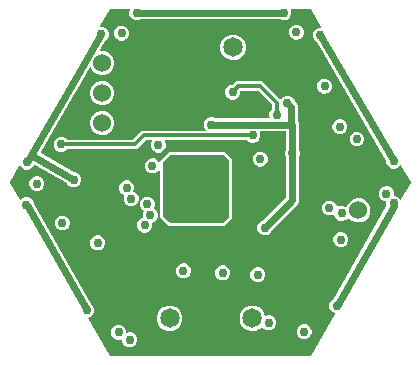
<source format=gbr>
G04 EAGLE Gerber RS-274X export*
G75*
%MOMM*%
%FSLAX34Y34*%
%LPD*%
%INCopper Layer 2*%
%IPPOS*%
%AMOC8*
5,1,8,0,0,1.08239X$1,22.5*%
G01*
%ADD10C,1.650000*%
%ADD11C,1.524000*%
%ADD12C,0.756400*%
%ADD13C,0.609600*%
%ADD14C,0.304800*%

G36*
X430826Y199257D02*
X430826Y199257D01*
X430900Y199264D01*
X430924Y199277D01*
X430950Y199282D01*
X431011Y199324D01*
X431076Y199359D01*
X431095Y199381D01*
X431116Y199395D01*
X431145Y199440D01*
X431193Y199496D01*
X451624Y234886D01*
X451637Y234922D01*
X451658Y234955D01*
X451668Y235017D01*
X451688Y235076D01*
X451686Y235114D01*
X451692Y235152D01*
X451678Y235213D01*
X451674Y235276D01*
X451656Y235310D01*
X451648Y235348D01*
X451611Y235399D01*
X451583Y235454D01*
X451553Y235479D01*
X451531Y235511D01*
X451470Y235550D01*
X451430Y235584D01*
X451405Y235592D01*
X451379Y235608D01*
X449656Y236322D01*
X447877Y238101D01*
X446914Y240424D01*
X446914Y242940D01*
X447877Y245264D01*
X449656Y247042D01*
X449757Y247084D01*
X449821Y247127D01*
X449889Y247164D01*
X449905Y247184D01*
X449924Y247196D01*
X449954Y247242D01*
X450004Y247302D01*
X495242Y326841D01*
X495251Y326869D01*
X495260Y326883D01*
X495261Y326890D01*
X495275Y326912D01*
X495285Y326972D01*
X495304Y327031D01*
X495301Y327070D01*
X495308Y327109D01*
X495293Y327179D01*
X495288Y327231D01*
X495276Y327255D01*
X495269Y327286D01*
X495161Y327547D01*
X495161Y330038D01*
X495160Y330043D01*
X495161Y330048D01*
X495140Y330141D01*
X495121Y330234D01*
X495118Y330238D01*
X495117Y330243D01*
X495062Y330321D01*
X495009Y330400D01*
X495004Y330403D01*
X495001Y330407D01*
X494920Y330458D01*
X494841Y330509D01*
X494835Y330510D01*
X494831Y330513D01*
X494654Y330545D01*
X494042Y330545D01*
X491718Y331507D01*
X489940Y333286D01*
X488977Y335610D01*
X488977Y338125D01*
X489940Y340449D01*
X491718Y342228D01*
X491958Y342327D01*
X493182Y342834D01*
X493183Y342834D01*
X494042Y343190D01*
X496558Y343190D01*
X498882Y342228D01*
X500660Y340449D01*
X501623Y338125D01*
X501623Y335635D01*
X501624Y335630D01*
X501623Y335625D01*
X501644Y335532D01*
X501662Y335438D01*
X501665Y335434D01*
X501666Y335429D01*
X501722Y335351D01*
X501775Y335273D01*
X501779Y335270D01*
X501782Y335266D01*
X501864Y335215D01*
X501943Y335163D01*
X501948Y335163D01*
X501953Y335160D01*
X502130Y335128D01*
X502741Y335128D01*
X505065Y334165D01*
X506844Y332387D01*
X506898Y332257D01*
X506937Y332199D01*
X506969Y332136D01*
X506992Y332116D01*
X507009Y332090D01*
X507068Y332052D01*
X507122Y332007D01*
X507151Y331997D01*
X507177Y331980D01*
X507246Y331967D01*
X507313Y331946D01*
X507344Y331949D01*
X507374Y331944D01*
X507443Y331959D01*
X507512Y331965D01*
X507540Y331980D01*
X507570Y331986D01*
X507627Y332027D01*
X507689Y332060D01*
X507711Y332085D01*
X507734Y332101D01*
X507761Y332145D01*
X507805Y332197D01*
X515744Y345948D01*
X515768Y346018D01*
X515799Y346086D01*
X515800Y346113D01*
X515808Y346138D01*
X515803Y346212D01*
X515805Y346286D01*
X515796Y346313D01*
X515794Y346338D01*
X515770Y346386D01*
X515744Y346456D01*
X507588Y360583D01*
X507541Y360637D01*
X507500Y360696D01*
X507475Y360712D01*
X507456Y360734D01*
X507391Y360765D01*
X507331Y360803D01*
X507302Y360808D01*
X507275Y360821D01*
X507204Y360825D01*
X507133Y360837D01*
X507104Y360830D01*
X507075Y360832D01*
X507008Y360807D01*
X506938Y360791D01*
X506912Y360773D01*
X506886Y360764D01*
X506848Y360729D01*
X506790Y360688D01*
X505232Y359130D01*
X504886Y358987D01*
X503662Y358480D01*
X502908Y358167D01*
X500392Y358167D01*
X498068Y359130D01*
X496290Y360908D01*
X495327Y363232D01*
X495327Y364100D01*
X495326Y364105D01*
X495327Y364109D01*
X495319Y364147D01*
X495320Y364187D01*
X495298Y364248D01*
X495288Y364297D01*
X495284Y364302D01*
X495284Y364305D01*
X495269Y364325D01*
X495258Y364356D01*
X436239Y465532D01*
X436189Y465588D01*
X436146Y465648D01*
X436122Y465663D01*
X436105Y465682D01*
X436057Y465705D01*
X435995Y465745D01*
X435838Y465810D01*
X434060Y467588D01*
X433097Y469912D01*
X433097Y472428D01*
X434060Y474752D01*
X435838Y476530D01*
X436364Y476748D01*
X436365Y476748D01*
X437589Y477255D01*
X438162Y477493D01*
X439214Y477493D01*
X439250Y477500D01*
X439288Y477498D01*
X439348Y477520D01*
X439410Y477532D01*
X439441Y477553D01*
X439476Y477566D01*
X439523Y477609D01*
X439576Y477645D01*
X439596Y477676D01*
X439624Y477702D01*
X439651Y477760D01*
X439685Y477813D01*
X439692Y477850D01*
X439708Y477884D01*
X439710Y477948D01*
X439721Y478010D01*
X439713Y478047D01*
X439714Y478084D01*
X439689Y478154D01*
X439677Y478206D01*
X439663Y478226D01*
X439653Y478254D01*
X431193Y492908D01*
X431144Y492963D01*
X431101Y493023D01*
X431078Y493038D01*
X431060Y493058D01*
X430994Y493090D01*
X430931Y493129D01*
X430902Y493134D01*
X430880Y493145D01*
X430826Y493148D01*
X430754Y493161D01*
X414916Y493161D01*
X414912Y493160D01*
X414908Y493161D01*
X414814Y493141D01*
X414719Y493122D01*
X414716Y493119D01*
X414712Y493119D01*
X414633Y493063D01*
X414553Y493009D01*
X414551Y493006D01*
X414548Y493003D01*
X414497Y492921D01*
X414444Y492841D01*
X414444Y492837D01*
X414441Y492834D01*
X414426Y492738D01*
X414409Y492644D01*
X414410Y492640D01*
X414409Y492636D01*
X414447Y492460D01*
X414852Y491482D01*
X414852Y488967D01*
X413890Y486643D01*
X412111Y484864D01*
X411920Y484785D01*
X410695Y484278D01*
X409787Y483901D01*
X407272Y483901D01*
X405593Y484597D01*
X405584Y484599D01*
X405576Y484603D01*
X405399Y484635D01*
X405396Y484635D01*
X287005Y484635D01*
X286996Y484634D01*
X286987Y484635D01*
X286811Y484597D01*
X286809Y484596D01*
X286040Y484278D01*
X285132Y483901D01*
X282617Y483901D01*
X280293Y484864D01*
X278514Y486643D01*
X277552Y488966D01*
X277552Y491482D01*
X277957Y492460D01*
X277958Y492464D01*
X277960Y492467D01*
X277977Y492562D01*
X277996Y492657D01*
X277995Y492660D01*
X277995Y492664D01*
X277974Y492758D01*
X277955Y492853D01*
X277953Y492856D01*
X277952Y492860D01*
X277896Y492939D01*
X277841Y493018D01*
X277838Y493020D01*
X277836Y493023D01*
X277754Y493074D01*
X277673Y493127D01*
X277669Y493127D01*
X277666Y493129D01*
X277488Y493161D01*
X261650Y493161D01*
X261578Y493147D01*
X261504Y493140D01*
X261480Y493127D01*
X261454Y493122D01*
X261393Y493080D01*
X261328Y493045D01*
X261309Y493023D01*
X261288Y493009D01*
X261259Y492964D01*
X261211Y492908D01*
X253185Y479006D01*
X253174Y478971D01*
X253153Y478940D01*
X253142Y478877D01*
X253122Y478816D01*
X253124Y478779D01*
X253118Y478742D01*
X253132Y478680D01*
X253136Y478616D01*
X253153Y478583D01*
X253161Y478547D01*
X253198Y478495D01*
X253227Y478438D01*
X253256Y478414D01*
X253277Y478383D01*
X253331Y478350D01*
X253380Y478308D01*
X253416Y478297D01*
X253447Y478277D01*
X253520Y478264D01*
X253571Y478248D01*
X253596Y478251D01*
X253625Y478245D01*
X255196Y478245D01*
X257519Y477283D01*
X259298Y475504D01*
X260261Y473180D01*
X260261Y470665D01*
X259298Y468341D01*
X257519Y466563D01*
X257371Y466501D01*
X257309Y466460D01*
X257243Y466425D01*
X257225Y466403D01*
X257205Y466389D01*
X257175Y466345D01*
X257126Y466287D01*
X252553Y458420D01*
X252541Y458384D01*
X252521Y458352D01*
X252509Y458290D01*
X252489Y458230D01*
X252492Y458192D01*
X252485Y458155D01*
X252499Y458093D01*
X252503Y458030D01*
X252520Y457996D01*
X252528Y457959D01*
X252565Y457908D01*
X252593Y457851D01*
X252622Y457827D01*
X252644Y457796D01*
X252698Y457762D01*
X252746Y457721D01*
X252782Y457710D01*
X252815Y457690D01*
X252886Y457677D01*
X252937Y457661D01*
X252963Y457663D01*
X252992Y457658D01*
X256612Y457658D01*
X260346Y456111D01*
X263205Y453253D01*
X264751Y449518D01*
X264751Y445476D01*
X263205Y441742D01*
X260346Y438883D01*
X259723Y438625D01*
X258499Y438118D01*
X258498Y438118D01*
X257274Y437611D01*
X256612Y437336D01*
X252569Y437336D01*
X248835Y438883D01*
X245977Y441742D01*
X245072Y443927D01*
X245033Y443984D01*
X245002Y444046D01*
X244977Y444067D01*
X244960Y444093D01*
X244902Y444131D01*
X244849Y444176D01*
X244819Y444186D01*
X244792Y444203D01*
X244724Y444216D01*
X244658Y444237D01*
X244626Y444234D01*
X244595Y444240D01*
X244527Y444225D01*
X244458Y444219D01*
X244430Y444204D01*
X244399Y444197D01*
X244343Y444157D01*
X244281Y444125D01*
X244259Y444099D01*
X244235Y444082D01*
X244208Y444039D01*
X244164Y443987D01*
X233057Y424878D01*
X232485Y423893D01*
X202463Y372238D01*
X202462Y372234D01*
X202459Y372230D01*
X202430Y372139D01*
X202399Y372048D01*
X202399Y372044D01*
X202398Y372039D01*
X202406Y371944D01*
X202413Y371848D01*
X202415Y371844D01*
X202415Y371840D01*
X202460Y371755D01*
X202503Y371669D01*
X202507Y371666D01*
X202509Y371662D01*
X202646Y371545D01*
X230646Y355166D01*
X230688Y355152D01*
X230725Y355128D01*
X230789Y355117D01*
X230836Y355101D01*
X230867Y355103D01*
X230902Y355096D01*
X231763Y355096D01*
X234087Y354134D01*
X235865Y352355D01*
X236828Y350031D01*
X236828Y347516D01*
X235865Y345192D01*
X234087Y343414D01*
X233721Y343262D01*
X232496Y342755D01*
X231763Y342451D01*
X229247Y342451D01*
X226923Y343414D01*
X225145Y345192D01*
X225078Y345354D01*
X225036Y345416D01*
X225002Y345481D01*
X224980Y345500D01*
X224966Y345521D01*
X224921Y345550D01*
X224865Y345598D01*
X197588Y361555D01*
X197550Y361568D01*
X197516Y361589D01*
X197456Y361600D01*
X197398Y361620D01*
X197358Y361617D01*
X197319Y361624D01*
X197259Y361610D01*
X197198Y361606D01*
X197163Y361588D01*
X197124Y361579D01*
X197074Y361544D01*
X197019Y361516D01*
X196993Y361486D01*
X196961Y361462D01*
X196923Y361403D01*
X196889Y361364D01*
X196881Y361338D01*
X196863Y361311D01*
X196311Y359977D01*
X194532Y358199D01*
X193986Y357972D01*
X192762Y357465D01*
X192208Y357236D01*
X189693Y357236D01*
X187369Y358199D01*
X185591Y359977D01*
X185514Y360161D01*
X185475Y360219D01*
X185443Y360282D01*
X185420Y360302D01*
X185403Y360327D01*
X185344Y360366D01*
X185290Y360411D01*
X185261Y360421D01*
X185235Y360438D01*
X185166Y360450D01*
X185099Y360471D01*
X185068Y360468D01*
X185038Y360474D01*
X184969Y360459D01*
X184900Y360453D01*
X184872Y360438D01*
X184842Y360432D01*
X184785Y360391D01*
X184723Y360358D01*
X184701Y360333D01*
X184678Y360316D01*
X184651Y360273D01*
X184606Y360221D01*
X176660Y346456D01*
X176636Y346386D01*
X176605Y346318D01*
X176604Y346291D01*
X176596Y346266D01*
X176601Y346192D01*
X176599Y346118D01*
X176608Y346091D01*
X176610Y346066D01*
X176634Y346018D01*
X176660Y345948D01*
X184816Y331821D01*
X184863Y331767D01*
X184904Y331708D01*
X184929Y331692D01*
X184948Y331670D01*
X185013Y331639D01*
X185073Y331601D01*
X185102Y331596D01*
X185129Y331583D01*
X185200Y331579D01*
X185271Y331567D01*
X185300Y331574D01*
X185329Y331572D01*
X185396Y331597D01*
X185466Y331613D01*
X185492Y331631D01*
X185518Y331640D01*
X185556Y331675D01*
X185614Y331716D01*
X186918Y333020D01*
X187344Y333196D01*
X188568Y333704D01*
X188569Y333704D01*
X189242Y333983D01*
X191758Y333983D01*
X194082Y333020D01*
X195860Y331242D01*
X196823Y328918D01*
X196823Y328184D01*
X196831Y328143D01*
X196829Y328102D01*
X196852Y328038D01*
X196862Y327987D01*
X196878Y327964D01*
X196890Y327932D01*
X244890Y243895D01*
X244941Y243837D01*
X244985Y243775D01*
X245007Y243761D01*
X245022Y243744D01*
X245071Y243720D01*
X245137Y243678D01*
X245248Y243632D01*
X247026Y241853D01*
X247989Y239529D01*
X247989Y237014D01*
X247026Y234690D01*
X245248Y232912D01*
X244693Y232682D01*
X244692Y232682D01*
X243468Y232174D01*
X243096Y232020D01*
X243064Y231999D01*
X243028Y231986D01*
X242982Y231943D01*
X242930Y231909D01*
X242909Y231876D01*
X242880Y231850D01*
X242854Y231793D01*
X242820Y231741D01*
X242813Y231703D01*
X242796Y231668D01*
X242794Y231605D01*
X242783Y231544D01*
X242791Y231506D01*
X242790Y231468D01*
X242814Y231400D01*
X242826Y231348D01*
X242841Y231327D01*
X242851Y231298D01*
X261211Y199496D01*
X261260Y199441D01*
X261303Y199381D01*
X261326Y199366D01*
X261344Y199346D01*
X261410Y199314D01*
X261473Y199275D01*
X261502Y199270D01*
X261524Y199259D01*
X261578Y199256D01*
X261650Y199243D01*
X430754Y199243D01*
X430826Y199257D01*
G37*
%LPC*%
G36*
X391014Y301728D02*
X391014Y301728D01*
X388690Y302691D01*
X386911Y304470D01*
X385948Y306794D01*
X385948Y309309D01*
X386911Y311633D01*
X388690Y313411D01*
X388695Y313414D01*
X389920Y313921D01*
X390369Y314107D01*
X390376Y314112D01*
X390385Y314114D01*
X390533Y314217D01*
X409866Y333550D01*
X409871Y333557D01*
X409877Y333561D01*
X409926Y333640D01*
X409977Y333717D01*
X409979Y333725D01*
X409983Y333731D01*
X410015Y333909D01*
X410015Y368027D01*
X410013Y368036D01*
X410015Y368045D01*
X409976Y368221D01*
X409281Y369900D01*
X409281Y372415D01*
X409976Y374094D01*
X409978Y374103D01*
X409983Y374111D01*
X410015Y374288D01*
X410015Y389264D01*
X410014Y389269D01*
X410015Y389274D01*
X409994Y389367D01*
X409975Y389461D01*
X409972Y389465D01*
X409971Y389470D01*
X409916Y389548D01*
X409863Y389626D01*
X409858Y389629D01*
X409855Y389633D01*
X409774Y389684D01*
X409695Y389736D01*
X409690Y389736D01*
X409685Y389739D01*
X409508Y389771D01*
X388374Y389771D01*
X388370Y389770D01*
X388366Y389771D01*
X388272Y389751D01*
X388178Y389732D01*
X388174Y389729D01*
X388170Y389729D01*
X388091Y389673D01*
X388012Y389619D01*
X388010Y389616D01*
X388006Y389613D01*
X387955Y389531D01*
X387903Y389451D01*
X387902Y389447D01*
X387900Y389444D01*
X387884Y389348D01*
X387867Y389254D01*
X387868Y389250D01*
X387867Y389246D01*
X387905Y389070D01*
X388562Y387484D01*
X388562Y384968D01*
X387600Y382644D01*
X385821Y380866D01*
X385659Y380799D01*
X384434Y380291D01*
X383497Y379903D01*
X380982Y379903D01*
X378658Y380866D01*
X377511Y382013D01*
X377505Y382017D01*
X377500Y382023D01*
X377422Y382072D01*
X377344Y382124D01*
X377337Y382125D01*
X377330Y382129D01*
X377153Y382161D01*
X308005Y382161D01*
X308001Y382160D01*
X307997Y382161D01*
X307903Y382141D01*
X307808Y382122D01*
X307805Y382119D01*
X307801Y382119D01*
X307722Y382063D01*
X307642Y382009D01*
X307640Y382006D01*
X307637Y382003D01*
X307586Y381921D01*
X307533Y381841D01*
X307533Y381837D01*
X307530Y381834D01*
X307515Y381738D01*
X307498Y381644D01*
X307499Y381640D01*
X307498Y381636D01*
X307536Y381460D01*
X308425Y379314D01*
X308425Y376799D01*
X307462Y374475D01*
X305684Y372696D01*
X305650Y372683D01*
X304426Y372175D01*
X303360Y371734D01*
X300844Y371734D01*
X298521Y372696D01*
X296742Y374475D01*
X295779Y376799D01*
X295779Y379314D01*
X296668Y381460D01*
X296669Y381464D01*
X296671Y381467D01*
X296688Y381562D01*
X296707Y381657D01*
X296706Y381660D01*
X296707Y381664D01*
X296686Y381758D01*
X296666Y381853D01*
X296664Y381856D01*
X296663Y381860D01*
X296607Y381939D01*
X296553Y382018D01*
X296549Y382020D01*
X296547Y382023D01*
X296465Y382074D01*
X296384Y382127D01*
X296380Y382127D01*
X296377Y382129D01*
X296200Y382161D01*
X292076Y382161D01*
X292068Y382160D01*
X292061Y382161D01*
X291971Y382140D01*
X291880Y382122D01*
X291873Y382117D01*
X291865Y382115D01*
X291717Y382013D01*
X284259Y374554D01*
X224956Y374554D01*
X224948Y374552D01*
X224940Y374554D01*
X224850Y374533D01*
X224759Y374514D01*
X224753Y374510D01*
X224745Y374508D01*
X224597Y374405D01*
X223450Y373259D01*
X223284Y373190D01*
X222060Y372683D01*
X221126Y372296D01*
X218611Y372296D01*
X216287Y373259D01*
X214509Y375037D01*
X213546Y377361D01*
X213546Y379876D01*
X214509Y382200D01*
X216287Y383979D01*
X217373Y384429D01*
X218597Y384936D01*
X218598Y384936D01*
X218611Y384941D01*
X221126Y384941D01*
X223450Y383979D01*
X224597Y382832D01*
X224604Y382828D01*
X224608Y382821D01*
X224687Y382772D01*
X224764Y382721D01*
X224772Y382720D01*
X224779Y382715D01*
X224956Y382683D01*
X280681Y382683D01*
X280689Y382685D01*
X280697Y382684D01*
X280787Y382705D01*
X280878Y382723D01*
X280884Y382728D01*
X280892Y382729D01*
X281040Y382832D01*
X288499Y390291D01*
X341753Y390291D01*
X341756Y390291D01*
X341758Y390291D01*
X341854Y390311D01*
X341950Y390330D01*
X341952Y390332D01*
X341954Y390332D01*
X342035Y390388D01*
X342115Y390443D01*
X342117Y390445D01*
X342119Y390447D01*
X342172Y390530D01*
X342225Y390611D01*
X342225Y390614D01*
X342227Y390616D01*
X342243Y390712D01*
X342260Y390808D01*
X342260Y390811D01*
X342260Y390813D01*
X342238Y390908D01*
X342217Y391004D01*
X342215Y391006D01*
X342215Y391009D01*
X342112Y391157D01*
X341490Y391778D01*
X340527Y394102D01*
X340527Y396618D01*
X341490Y398942D01*
X343269Y400720D01*
X344349Y401168D01*
X345574Y401675D01*
X345592Y401683D01*
X348108Y401683D01*
X349787Y400987D01*
X349796Y400986D01*
X349803Y400981D01*
X349981Y400949D01*
X396193Y400949D01*
X396197Y400950D01*
X396201Y400949D01*
X396295Y400969D01*
X396390Y400988D01*
X396393Y400991D01*
X396397Y400991D01*
X396476Y401047D01*
X396555Y401101D01*
X396558Y401104D01*
X396561Y401107D01*
X396612Y401189D01*
X396665Y401269D01*
X396665Y401273D01*
X396667Y401276D01*
X396683Y401372D01*
X396700Y401466D01*
X396699Y401470D01*
X396700Y401474D01*
X396662Y401650D01*
X396267Y402602D01*
X396267Y405118D01*
X397230Y407442D01*
X398377Y408588D01*
X398381Y408595D01*
X398387Y408600D01*
X398436Y408678D01*
X398488Y408755D01*
X398489Y408763D01*
X398493Y408770D01*
X398525Y408947D01*
X398525Y412126D01*
X398524Y412134D01*
X398525Y412142D01*
X398504Y412232D01*
X398486Y412323D01*
X398481Y412329D01*
X398479Y412337D01*
X398377Y412485D01*
X387085Y423777D01*
X387078Y423781D01*
X387074Y423787D01*
X386995Y423836D01*
X386918Y423888D01*
X386910Y423889D01*
X386904Y423893D01*
X386726Y423925D01*
X371925Y423925D01*
X371917Y423924D01*
X371910Y423925D01*
X371820Y423904D01*
X371729Y423886D01*
X371722Y423881D01*
X371714Y423879D01*
X371566Y423777D01*
X371442Y423653D01*
X371438Y423646D01*
X371432Y423642D01*
X371383Y423563D01*
X371331Y423486D01*
X371330Y423478D01*
X371326Y423471D01*
X371294Y423294D01*
X371294Y421672D01*
X370331Y419348D01*
X368553Y417570D01*
X367952Y417321D01*
X366727Y416813D01*
X366229Y416607D01*
X363713Y416607D01*
X361390Y417570D01*
X359611Y419348D01*
X358648Y421672D01*
X358648Y424187D01*
X359611Y426511D01*
X361390Y428290D01*
X362040Y428559D01*
X363265Y429067D01*
X363713Y429252D01*
X365335Y429252D01*
X365343Y429254D01*
X365351Y429253D01*
X365441Y429274D01*
X365532Y429292D01*
X365538Y429297D01*
X365546Y429298D01*
X365694Y429401D01*
X368348Y432055D01*
X390304Y432055D01*
X404125Y418233D01*
X405410Y416949D01*
X405414Y416946D01*
X405417Y416941D01*
X405497Y416891D01*
X405577Y416838D01*
X405582Y416837D01*
X405586Y416834D01*
X405680Y416818D01*
X405774Y416800D01*
X405779Y416801D01*
X405784Y416800D01*
X405877Y416822D01*
X405970Y416842D01*
X405974Y416845D01*
X405979Y416846D01*
X406127Y416949D01*
X407898Y418720D01*
X408385Y418922D01*
X409609Y419429D01*
X410222Y419683D01*
X412738Y419683D01*
X415062Y418720D01*
X416840Y416942D01*
X417536Y415263D01*
X417541Y415255D01*
X417543Y415246D01*
X417645Y415098D01*
X419548Y413196D01*
X420399Y411142D01*
X420399Y398489D01*
X420401Y398480D01*
X420399Y398471D01*
X420437Y398295D01*
X421192Y396472D01*
X421192Y374288D01*
X421194Y374279D01*
X421193Y374270D01*
X421231Y374094D01*
X421926Y372415D01*
X421926Y369900D01*
X421231Y368221D01*
X421229Y368212D01*
X421224Y368204D01*
X421192Y368027D01*
X421192Y330272D01*
X420342Y328218D01*
X418698Y326575D01*
X398437Y306313D01*
X398432Y306305D01*
X398424Y306300D01*
X398327Y306149D01*
X397631Y304470D01*
X395853Y302691D01*
X395831Y302682D01*
X394607Y302175D01*
X394606Y302175D01*
X393529Y301728D01*
X391014Y301728D01*
G37*
%LPD*%
%LPC*%
G36*
X310842Y309879D02*
X310842Y309879D01*
X303529Y317192D01*
X303529Y356726D01*
X303529Y356727D01*
X303529Y356729D01*
X303509Y356826D01*
X303490Y356923D01*
X303489Y356924D01*
X303489Y356925D01*
X303432Y357008D01*
X303377Y357088D01*
X303376Y357089D01*
X303375Y357090D01*
X303290Y357145D01*
X303209Y357198D01*
X303208Y357198D01*
X303207Y357199D01*
X303109Y357216D01*
X303012Y357233D01*
X303010Y357233D01*
X303009Y357233D01*
X302914Y357212D01*
X302816Y357190D01*
X302815Y357189D01*
X302814Y357189D01*
X302734Y357132D01*
X302653Y357074D01*
X302652Y357073D01*
X302651Y357072D01*
X302553Y356920D01*
X302508Y356812D01*
X300730Y355033D01*
X300478Y354929D01*
X299254Y354422D01*
X298406Y354070D01*
X295891Y354070D01*
X293567Y355033D01*
X291788Y356812D01*
X290826Y359135D01*
X290826Y361651D01*
X291788Y363975D01*
X293567Y365753D01*
X294567Y366168D01*
X295791Y366675D01*
X295891Y366716D01*
X298406Y366716D01*
X300730Y365753D01*
X302508Y363975D01*
X302553Y363866D01*
X302554Y363865D01*
X302554Y363864D01*
X302611Y363781D01*
X302665Y363700D01*
X302666Y363699D01*
X302667Y363698D01*
X302750Y363644D01*
X302833Y363590D01*
X302834Y363589D01*
X302835Y363589D01*
X302933Y363571D01*
X303030Y363553D01*
X303031Y363553D01*
X303032Y363553D01*
X303130Y363575D01*
X303226Y363596D01*
X303227Y363596D01*
X303228Y363597D01*
X303309Y363654D01*
X303390Y363711D01*
X303390Y363712D01*
X303391Y363713D01*
X303444Y363796D01*
X303496Y363880D01*
X303497Y363882D01*
X303497Y363883D01*
X303529Y364060D01*
X303529Y364798D01*
X310842Y372111D01*
X358448Y372111D01*
X362110Y368449D01*
X364491Y366068D01*
X364491Y315922D01*
X358448Y309879D01*
X310842Y309879D01*
G37*
%LPD*%
G36*
X356968Y312433D02*
X356968Y312433D01*
X357067Y312436D01*
X357125Y312453D01*
X357186Y312461D01*
X357278Y312497D01*
X357373Y312525D01*
X357425Y312555D01*
X357481Y312578D01*
X357561Y312636D01*
X357647Y312686D01*
X357722Y312752D01*
X357739Y312764D01*
X357746Y312774D01*
X357768Y312793D01*
X361578Y316603D01*
X361638Y316681D01*
X361706Y316753D01*
X361726Y316790D01*
X361749Y316817D01*
X361757Y316834D01*
X361772Y316854D01*
X361812Y316945D01*
X361860Y317031D01*
X361871Y317076D01*
X361885Y317105D01*
X361887Y317119D01*
X361899Y317146D01*
X361914Y317244D01*
X361939Y317339D01*
X361944Y317414D01*
X361944Y317417D01*
X361944Y317421D01*
X361945Y317439D01*
X361949Y317460D01*
X361947Y317472D01*
X361949Y317500D01*
X361949Y364490D01*
X361937Y364588D01*
X361934Y364687D01*
X361917Y364745D01*
X361909Y364806D01*
X361873Y364898D01*
X361845Y364993D01*
X361815Y365045D01*
X361792Y365101D01*
X361734Y365181D01*
X361684Y365267D01*
X361618Y365342D01*
X361606Y365359D01*
X361596Y365366D01*
X361578Y365388D01*
X357768Y369198D01*
X357689Y369258D01*
X357617Y369326D01*
X357564Y369355D01*
X357516Y369392D01*
X357425Y369432D01*
X357339Y369480D01*
X357280Y369495D01*
X357224Y369519D01*
X357126Y369534D01*
X357031Y369559D01*
X356931Y369565D01*
X356910Y369569D01*
X356898Y369567D01*
X356870Y369569D01*
X312420Y369569D01*
X312322Y369557D01*
X312223Y369554D01*
X312165Y369537D01*
X312104Y369529D01*
X312012Y369493D01*
X311917Y369465D01*
X311865Y369435D01*
X311809Y369412D01*
X311729Y369354D01*
X311643Y369304D01*
X311568Y369238D01*
X311551Y369226D01*
X311544Y369216D01*
X311523Y369198D01*
X306443Y364118D01*
X306382Y364039D01*
X306314Y363967D01*
X306285Y363914D01*
X306248Y363866D01*
X306208Y363775D01*
X306160Y363689D01*
X306145Y363630D01*
X306121Y363574D01*
X306106Y363476D01*
X306081Y363381D01*
X306075Y363281D01*
X306071Y363260D01*
X306073Y363248D01*
X306071Y363220D01*
X306071Y318770D01*
X306083Y318672D01*
X306086Y318573D01*
X306095Y318541D01*
X306096Y318530D01*
X306104Y318505D01*
X306111Y318454D01*
X306147Y318362D01*
X306175Y318267D01*
X306189Y318242D01*
X306194Y318228D01*
X306211Y318201D01*
X306228Y318159D01*
X306286Y318079D01*
X306336Y317993D01*
X306359Y317968D01*
X306364Y317959D01*
X306377Y317947D01*
X306402Y317918D01*
X306414Y317901D01*
X306424Y317894D01*
X306443Y317873D01*
X311523Y312793D01*
X311601Y312732D01*
X311673Y312664D01*
X311726Y312635D01*
X311774Y312598D01*
X311865Y312558D01*
X311951Y312510D01*
X312010Y312495D01*
X312066Y312471D01*
X312164Y312456D01*
X312259Y312431D01*
X312359Y312425D01*
X312380Y312421D01*
X312392Y312423D01*
X312420Y312421D01*
X356870Y312421D01*
X356968Y312433D01*
G37*
%LPC*%
G36*
X469511Y312622D02*
X469511Y312622D01*
X465776Y314169D01*
X463278Y316668D01*
X463273Y316671D01*
X463270Y316675D01*
X463190Y316726D01*
X463111Y316779D01*
X463106Y316780D01*
X463101Y316783D01*
X463007Y316799D01*
X462914Y316817D01*
X462909Y316816D01*
X462903Y316816D01*
X462811Y316795D01*
X462718Y316775D01*
X462713Y316772D01*
X462708Y316771D01*
X462560Y316668D01*
X460883Y314991D01*
X460558Y314856D01*
X460557Y314856D01*
X459333Y314349D01*
X458559Y314028D01*
X456044Y314028D01*
X453720Y314991D01*
X451941Y316770D01*
X450997Y319049D01*
X450994Y319053D01*
X450993Y319058D01*
X450939Y319136D01*
X450886Y319215D01*
X450881Y319218D01*
X450878Y319223D01*
X450798Y319273D01*
X450718Y319325D01*
X450713Y319326D01*
X450708Y319329D01*
X450614Y319345D01*
X450521Y319362D01*
X450516Y319361D01*
X450511Y319362D01*
X450335Y319323D01*
X449346Y318914D01*
X448298Y318480D01*
X445782Y318480D01*
X443458Y319442D01*
X441680Y321221D01*
X440717Y323545D01*
X440717Y326060D01*
X441680Y328384D01*
X443458Y330163D01*
X444659Y330660D01*
X445782Y331125D01*
X448298Y331125D01*
X450622Y330163D01*
X452400Y328384D01*
X453344Y326105D01*
X453347Y326100D01*
X453348Y326095D01*
X453403Y326017D01*
X453456Y325938D01*
X453460Y325935D01*
X453463Y325931D01*
X453544Y325881D01*
X453624Y325828D01*
X453629Y325827D01*
X453633Y325824D01*
X453727Y325809D01*
X453821Y325792D01*
X453826Y325793D01*
X453831Y325792D01*
X454007Y325830D01*
X454646Y326095D01*
X455870Y326602D01*
X455871Y326602D01*
X456044Y326674D01*
X458559Y326674D01*
X460883Y325711D01*
X460957Y325637D01*
X460960Y325635D01*
X460963Y325632D01*
X461044Y325580D01*
X461124Y325526D01*
X461128Y325526D01*
X461131Y325524D01*
X461227Y325507D01*
X461321Y325489D01*
X461325Y325490D01*
X461329Y325489D01*
X461423Y325510D01*
X461517Y325530D01*
X461520Y325533D01*
X461524Y325534D01*
X461603Y325590D01*
X461682Y325645D01*
X461684Y325648D01*
X461687Y325650D01*
X461784Y325802D01*
X462918Y328539D01*
X465776Y331397D01*
X466446Y331675D01*
X467671Y332182D01*
X468895Y332689D01*
X468896Y332689D01*
X469511Y332944D01*
X473553Y332944D01*
X477287Y331397D01*
X480146Y328539D01*
X481693Y324804D01*
X481693Y320762D01*
X480146Y317028D01*
X477287Y314169D01*
X476496Y313842D01*
X475272Y313334D01*
X474047Y312827D01*
X473553Y312622D01*
X469511Y312622D01*
G37*
%LPD*%
%LPC*%
G36*
X379564Y220619D02*
X379564Y220619D01*
X375598Y222262D01*
X372562Y225298D01*
X370919Y229264D01*
X370919Y233556D01*
X372562Y237522D01*
X375598Y240558D01*
X376367Y240877D01*
X377592Y241384D01*
X378817Y241891D01*
X379564Y242201D01*
X383856Y242201D01*
X387822Y240558D01*
X390858Y237522D01*
X392413Y233768D01*
X392416Y233763D01*
X392417Y233758D01*
X392472Y233680D01*
X392525Y233601D01*
X392529Y233598D01*
X392532Y233594D01*
X392613Y233544D01*
X392693Y233491D01*
X392698Y233490D01*
X392702Y233487D01*
X392796Y233472D01*
X392890Y233455D01*
X392895Y233456D01*
X392900Y233455D01*
X393076Y233493D01*
X393757Y233775D01*
X394258Y233983D01*
X396774Y233983D01*
X399098Y233020D01*
X400876Y231242D01*
X401839Y228918D01*
X401839Y226402D01*
X400876Y224079D01*
X399098Y222300D01*
X398444Y222029D01*
X397220Y221522D01*
X397219Y221522D01*
X396774Y221337D01*
X394258Y221337D01*
X391934Y222300D01*
X390256Y223978D01*
X390252Y223981D01*
X390249Y223986D01*
X390168Y224037D01*
X390089Y224089D01*
X390084Y224090D01*
X390080Y224093D01*
X389986Y224109D01*
X389892Y224127D01*
X389887Y224126D01*
X389882Y224127D01*
X389789Y224105D01*
X389696Y224085D01*
X389692Y224082D01*
X389687Y224081D01*
X389539Y223978D01*
X387822Y222262D01*
X387261Y222029D01*
X386036Y221522D01*
X384812Y221015D01*
X384811Y221015D01*
X383856Y220619D01*
X379564Y220619D01*
G37*
%LPD*%
%LPC*%
G36*
X309564Y220619D02*
X309564Y220619D01*
X305598Y222262D01*
X302562Y225298D01*
X300919Y229264D01*
X300919Y233556D01*
X302562Y237522D01*
X305598Y240558D01*
X306367Y240877D01*
X307592Y241384D01*
X308817Y241891D01*
X309564Y242201D01*
X313856Y242201D01*
X317822Y240558D01*
X320858Y237522D01*
X322501Y233556D01*
X322501Y229264D01*
X320858Y225298D01*
X317822Y222262D01*
X317261Y222029D01*
X316036Y221522D01*
X314812Y221015D01*
X314811Y221015D01*
X313856Y220619D01*
X309564Y220619D01*
G37*
%LPD*%
%LPC*%
G36*
X363334Y449949D02*
X363334Y449949D01*
X359368Y451592D01*
X356332Y454628D01*
X354689Y458594D01*
X354689Y462886D01*
X356332Y466852D01*
X359368Y469888D01*
X360009Y470154D01*
X361234Y470661D01*
X362459Y471168D01*
X363334Y471531D01*
X367626Y471531D01*
X371592Y469888D01*
X374628Y466852D01*
X376271Y462886D01*
X376271Y458594D01*
X374628Y454628D01*
X371592Y451592D01*
X370903Y451306D01*
X369678Y450799D01*
X368454Y450292D01*
X367626Y449949D01*
X363334Y449949D01*
G37*
%LPD*%
%LPC*%
G36*
X289255Y304021D02*
X289255Y304021D01*
X286931Y304983D01*
X285152Y306762D01*
X284190Y309086D01*
X284190Y311601D01*
X285152Y313925D01*
X286931Y315704D01*
X287525Y315950D01*
X288750Y316457D01*
X288771Y316466D01*
X288775Y316469D01*
X288780Y316470D01*
X288859Y316525D01*
X288937Y316578D01*
X288940Y316582D01*
X288945Y316585D01*
X288995Y316665D01*
X289047Y316745D01*
X289048Y316750D01*
X289051Y316755D01*
X289067Y316849D01*
X289084Y316942D01*
X289083Y316947D01*
X289084Y316953D01*
X289045Y317129D01*
X288952Y317354D01*
X288952Y319869D01*
X289783Y321873D01*
X289784Y321879D01*
X289786Y321883D01*
X289803Y321977D01*
X289821Y322070D01*
X289820Y322075D01*
X289821Y322080D01*
X289800Y322174D01*
X289781Y322266D01*
X289778Y322271D01*
X289776Y322276D01*
X289721Y322354D01*
X289667Y322432D01*
X289663Y322434D01*
X289660Y322439D01*
X289508Y322536D01*
X289312Y322617D01*
X287534Y324396D01*
X286571Y326720D01*
X286571Y329235D01*
X287534Y331559D01*
X289312Y333338D01*
X290196Y333704D01*
X291420Y334211D01*
X291636Y334300D01*
X294151Y334300D01*
X296475Y333338D01*
X298254Y331559D01*
X299216Y329235D01*
X299216Y326720D01*
X298386Y324715D01*
X298385Y324710D01*
X298382Y324706D01*
X298366Y324612D01*
X298348Y324519D01*
X298349Y324513D01*
X298348Y324508D01*
X298369Y324414D01*
X298388Y324322D01*
X298391Y324318D01*
X298392Y324313D01*
X298448Y324235D01*
X298502Y324157D01*
X298506Y324154D01*
X298509Y324150D01*
X298661Y324053D01*
X298857Y323971D01*
X300635Y322193D01*
X301598Y319869D01*
X301598Y317354D01*
X300635Y315030D01*
X298857Y313251D01*
X297833Y312827D01*
X297017Y312489D01*
X297012Y312486D01*
X297007Y312485D01*
X296929Y312430D01*
X296850Y312377D01*
X296847Y312373D01*
X296843Y312370D01*
X296792Y312289D01*
X296740Y312210D01*
X296739Y312204D01*
X296736Y312200D01*
X296721Y312106D01*
X296703Y312013D01*
X296705Y312007D01*
X296704Y312002D01*
X296742Y311826D01*
X296835Y311601D01*
X296835Y309086D01*
X295873Y306762D01*
X294094Y304983D01*
X293437Y304711D01*
X292212Y304204D01*
X291770Y304021D01*
X289255Y304021D01*
G37*
%LPD*%
%LPC*%
G36*
X252614Y411936D02*
X252614Y411936D01*
X248879Y413483D01*
X246021Y416342D01*
X244474Y420076D01*
X244474Y424118D01*
X246021Y427853D01*
X248879Y430711D01*
X249808Y431096D01*
X251032Y431603D01*
X251033Y431603D01*
X252257Y432110D01*
X252614Y432258D01*
X256656Y432258D01*
X260391Y430711D01*
X263249Y427853D01*
X264796Y424118D01*
X264796Y420076D01*
X263249Y416342D01*
X260391Y413483D01*
X259858Y413263D01*
X258633Y412755D01*
X257409Y412248D01*
X256656Y411936D01*
X252614Y411936D01*
G37*
%LPD*%
%LPC*%
G36*
X252658Y386536D02*
X252658Y386536D01*
X248924Y388083D01*
X246065Y390942D01*
X244519Y394676D01*
X244519Y398718D01*
X246065Y402453D01*
X248924Y405311D01*
X249942Y405733D01*
X249943Y405733D01*
X251167Y406240D01*
X252392Y406748D01*
X252658Y406858D01*
X256700Y406858D01*
X260435Y405311D01*
X263293Y402453D01*
X264840Y398718D01*
X264840Y394676D01*
X263293Y390942D01*
X260435Y388083D01*
X259993Y387900D01*
X258768Y387393D01*
X257543Y386886D01*
X256700Y386536D01*
X252658Y386536D01*
G37*
%LPD*%
%LPC*%
G36*
X276542Y206859D02*
X276542Y206859D01*
X274218Y207822D01*
X272440Y209601D01*
X271477Y211925D01*
X271477Y213074D01*
X271476Y213078D01*
X271477Y213082D01*
X271457Y213176D01*
X271437Y213271D01*
X271435Y213274D01*
X271434Y213278D01*
X271379Y213357D01*
X271325Y213437D01*
X271322Y213439D01*
X271319Y213442D01*
X271237Y213494D01*
X271157Y213546D01*
X271153Y213547D01*
X271150Y213549D01*
X271054Y213564D01*
X270960Y213581D01*
X270956Y213581D01*
X270952Y213581D01*
X270776Y213543D01*
X270445Y213406D01*
X269971Y213209D01*
X267455Y213209D01*
X265131Y214172D01*
X263353Y215951D01*
X262390Y218274D01*
X262390Y220790D01*
X263353Y223114D01*
X265131Y224892D01*
X265758Y225152D01*
X265759Y225152D01*
X266983Y225659D01*
X267455Y225855D01*
X269971Y225855D01*
X272294Y224892D01*
X274073Y223114D01*
X275036Y220790D01*
X275036Y219640D01*
X275036Y219636D01*
X275036Y219632D01*
X275056Y219538D01*
X275075Y219444D01*
X275077Y219440D01*
X275078Y219436D01*
X275134Y219357D01*
X275188Y219278D01*
X275191Y219276D01*
X275193Y219272D01*
X275276Y219221D01*
X275356Y219169D01*
X275360Y219168D01*
X275363Y219166D01*
X275459Y219150D01*
X275553Y219133D01*
X275557Y219134D01*
X275561Y219133D01*
X275737Y219171D01*
X276542Y219505D01*
X279058Y219505D01*
X281381Y218542D01*
X283160Y216764D01*
X284123Y214440D01*
X284123Y211925D01*
X283160Y209601D01*
X281381Y207822D01*
X280167Y207319D01*
X279058Y206859D01*
X276542Y206859D01*
G37*
%LPD*%
%LPC*%
G36*
X277984Y326259D02*
X277984Y326259D01*
X275660Y327221D01*
X273881Y329000D01*
X272919Y331324D01*
X272919Y333839D01*
X273460Y335147D01*
X273461Y335152D01*
X273464Y335156D01*
X273481Y335250D01*
X273499Y335343D01*
X273498Y335349D01*
X273499Y335354D01*
X273478Y335446D01*
X273458Y335540D01*
X273455Y335544D01*
X273454Y335549D01*
X273398Y335627D01*
X273345Y335705D01*
X273340Y335708D01*
X273337Y335712D01*
X273186Y335809D01*
X271691Y336429D01*
X269912Y338207D01*
X268950Y340531D01*
X268950Y343046D01*
X269912Y345370D01*
X271691Y347149D01*
X272295Y347399D01*
X272296Y347399D01*
X273520Y347907D01*
X274015Y348111D01*
X276530Y348111D01*
X278854Y347149D01*
X280633Y345370D01*
X281595Y343046D01*
X281595Y340531D01*
X281054Y339223D01*
X281053Y339218D01*
X281050Y339214D01*
X281033Y339120D01*
X281015Y339027D01*
X281016Y339021D01*
X281015Y339016D01*
X281036Y338923D01*
X281055Y338830D01*
X281058Y338826D01*
X281060Y338821D01*
X281116Y338743D01*
X281169Y338665D01*
X281173Y338662D01*
X281176Y338658D01*
X281328Y338561D01*
X282823Y337941D01*
X284601Y336163D01*
X285564Y333839D01*
X285564Y331324D01*
X284601Y329000D01*
X282823Y327221D01*
X282362Y327030D01*
X281137Y326523D01*
X280499Y326259D01*
X277984Y326259D01*
G37*
%LPD*%
%LPC*%
G36*
X469119Y376900D02*
X469119Y376900D01*
X466795Y377862D01*
X465016Y379641D01*
X464054Y381965D01*
X464054Y384480D01*
X465016Y386804D01*
X466795Y388583D01*
X467787Y388994D01*
X469012Y389501D01*
X469119Y389545D01*
X471634Y389545D01*
X473958Y388583D01*
X475736Y386804D01*
X476699Y384480D01*
X476699Y381965D01*
X475736Y379641D01*
X473958Y377862D01*
X473699Y377755D01*
X472474Y377248D01*
X471634Y376900D01*
X469119Y376900D01*
G37*
%LPD*%
%LPC*%
G36*
X454672Y387219D02*
X454672Y387219D01*
X452348Y388181D01*
X450570Y389960D01*
X449607Y392284D01*
X449607Y394799D01*
X450570Y397123D01*
X452348Y398901D01*
X452922Y399139D01*
X454146Y399646D01*
X454672Y399864D01*
X457188Y399864D01*
X459512Y398901D01*
X461290Y397123D01*
X462253Y394799D01*
X462253Y392284D01*
X461290Y389960D01*
X459512Y388181D01*
X458833Y387900D01*
X457609Y387393D01*
X457188Y387219D01*
X454672Y387219D01*
G37*
%LPD*%
%LPC*%
G36*
X417842Y467387D02*
X417842Y467387D01*
X415518Y468350D01*
X413740Y470128D01*
X412777Y472452D01*
X412777Y474968D01*
X413740Y477292D01*
X415518Y479070D01*
X416035Y479284D01*
X416036Y479284D01*
X417260Y479792D01*
X417842Y480033D01*
X420358Y480033D01*
X422682Y479070D01*
X424460Y477292D01*
X425423Y474968D01*
X425423Y472452D01*
X424460Y470128D01*
X422682Y468350D01*
X421947Y468046D01*
X420723Y467538D01*
X420722Y467538D01*
X420358Y467387D01*
X417842Y467387D01*
G37*
%LPD*%
%LPC*%
G36*
X269887Y466594D02*
X269887Y466594D01*
X267563Y467556D01*
X265785Y469335D01*
X264822Y471659D01*
X264822Y474174D01*
X265785Y476498D01*
X267563Y478276D01*
X268772Y478777D01*
X269887Y479239D01*
X272403Y479239D01*
X274727Y478276D01*
X276505Y476498D01*
X277468Y474174D01*
X277468Y471659D01*
X276505Y469335D01*
X274727Y467556D01*
X274684Y467538D01*
X273459Y467031D01*
X272403Y466594D01*
X269887Y466594D01*
G37*
%LPD*%
%LPC*%
G36*
X441655Y421735D02*
X441655Y421735D01*
X439331Y422697D01*
X437552Y424476D01*
X436590Y426800D01*
X436590Y429315D01*
X437552Y431639D01*
X439331Y433417D01*
X439849Y433632D01*
X441073Y434139D01*
X441655Y434380D01*
X444170Y434380D01*
X446494Y433417D01*
X448273Y431639D01*
X449235Y429315D01*
X449235Y426800D01*
X448273Y424476D01*
X446494Y422697D01*
X445760Y422393D01*
X444536Y421886D01*
X444170Y421735D01*
X441655Y421735D01*
G37*
%LPD*%
%LPC*%
G36*
X322110Y265178D02*
X322110Y265178D01*
X319786Y266140D01*
X318007Y267919D01*
X317045Y270243D01*
X317045Y272758D01*
X318007Y275082D01*
X319786Y276861D01*
X319860Y276892D01*
X321085Y277399D01*
X322110Y277823D01*
X324625Y277823D01*
X326949Y276861D01*
X328728Y275082D01*
X329690Y272758D01*
X329690Y270243D01*
X328728Y267919D01*
X326949Y266140D01*
X325772Y265653D01*
X324625Y265178D01*
X322110Y265178D01*
G37*
%LPD*%
%LPC*%
G36*
X219722Y305780D02*
X219722Y305780D01*
X217398Y306742D01*
X215620Y308521D01*
X214657Y310845D01*
X214657Y313360D01*
X215620Y315684D01*
X217398Y317463D01*
X217420Y317472D01*
X218645Y317979D01*
X219722Y318425D01*
X222238Y318425D01*
X224562Y317463D01*
X226340Y315684D01*
X227303Y313360D01*
X227303Y310845D01*
X226340Y308521D01*
X224562Y306742D01*
X224556Y306740D01*
X223332Y306233D01*
X223331Y306233D01*
X222238Y305780D01*
X219722Y305780D01*
G37*
%LPD*%
%LPC*%
G36*
X249402Y288961D02*
X249402Y288961D01*
X247078Y289924D01*
X245300Y291702D01*
X244337Y294026D01*
X244337Y296542D01*
X245300Y298865D01*
X247078Y300644D01*
X247291Y300732D01*
X247292Y300732D01*
X248516Y301240D01*
X249402Y301607D01*
X251918Y301607D01*
X254241Y300644D01*
X256020Y298865D01*
X256983Y296542D01*
X256983Y294026D01*
X256020Y291702D01*
X254241Y289924D01*
X253203Y289494D01*
X251978Y288986D01*
X251918Y288961D01*
X249402Y288961D01*
G37*
%LPD*%
%LPC*%
G36*
X385140Y261965D02*
X385140Y261965D01*
X382816Y262927D01*
X381037Y264706D01*
X380075Y267030D01*
X380075Y269545D01*
X381037Y271869D01*
X382816Y273648D01*
X383300Y273848D01*
X384524Y274355D01*
X384525Y274355D01*
X385140Y274610D01*
X387655Y274610D01*
X389979Y273648D01*
X391758Y271869D01*
X392720Y269545D01*
X392720Y267030D01*
X391758Y264706D01*
X389979Y262927D01*
X389212Y262609D01*
X389211Y262609D01*
X387987Y262102D01*
X387655Y261965D01*
X385140Y261965D01*
G37*
%LPD*%
%LPC*%
G36*
X198132Y339117D02*
X198132Y339117D01*
X195808Y340080D01*
X194030Y341858D01*
X193067Y344182D01*
X193067Y346698D01*
X194030Y349022D01*
X195808Y350800D01*
X196170Y350950D01*
X196171Y350950D01*
X197395Y351457D01*
X198132Y351763D01*
X200648Y351763D01*
X202972Y350800D01*
X204750Y349022D01*
X205713Y346698D01*
X205713Y344182D01*
X204750Y341858D01*
X202972Y340080D01*
X202082Y339711D01*
X200857Y339204D01*
X200648Y339117D01*
X198132Y339117D01*
G37*
%LPD*%
%LPC*%
G36*
X355295Y263552D02*
X355295Y263552D01*
X352971Y264515D01*
X351192Y266293D01*
X350230Y268617D01*
X350230Y271133D01*
X351192Y273457D01*
X352971Y275235D01*
X353296Y275370D01*
X354521Y275877D01*
X355295Y276198D01*
X357810Y276198D01*
X360134Y275235D01*
X361913Y273457D01*
X362875Y271133D01*
X362875Y268617D01*
X361913Y266293D01*
X360134Y264515D01*
X359208Y264131D01*
X357983Y263624D01*
X357810Y263552D01*
X355295Y263552D01*
G37*
%LPD*%
%LPC*%
G36*
X455460Y291797D02*
X455460Y291797D01*
X453136Y292760D01*
X451357Y294538D01*
X450395Y296862D01*
X450395Y299378D01*
X451357Y301701D01*
X453136Y303480D01*
X453850Y303776D01*
X455075Y304283D01*
X455460Y304443D01*
X457975Y304443D01*
X460299Y303480D01*
X462078Y301701D01*
X463040Y299378D01*
X463040Y296862D01*
X462078Y294538D01*
X460299Y292760D01*
X459762Y292537D01*
X458537Y292030D01*
X457975Y291797D01*
X455460Y291797D01*
G37*
%LPD*%
%LPC*%
G36*
X387204Y359910D02*
X387204Y359910D01*
X384880Y360872D01*
X383101Y362651D01*
X382139Y364975D01*
X382139Y367490D01*
X383101Y369814D01*
X384880Y371593D01*
X385253Y371747D01*
X386478Y372255D01*
X387204Y372555D01*
X389719Y372555D01*
X392043Y371593D01*
X393821Y369814D01*
X394784Y367490D01*
X394784Y364975D01*
X393821Y362651D01*
X392043Y360872D01*
X391165Y360509D01*
X389940Y360001D01*
X389719Y359910D01*
X387204Y359910D01*
G37*
%LPD*%
%LPC*%
G36*
X424370Y213667D02*
X424370Y213667D01*
X422046Y214629D01*
X420268Y216408D01*
X419305Y218732D01*
X419305Y221247D01*
X420268Y223571D01*
X422046Y225350D01*
X422794Y225659D01*
X424019Y226167D01*
X424370Y226312D01*
X426886Y226312D01*
X429209Y225350D01*
X430988Y223571D01*
X431951Y221247D01*
X431951Y218732D01*
X430988Y216408D01*
X429209Y214629D01*
X428706Y214421D01*
X427481Y213913D01*
X426886Y213667D01*
X424370Y213667D01*
G37*
%LPD*%
D10*
X365480Y460740D03*
X330480Y460740D03*
X311710Y231410D03*
X346710Y231410D03*
X381710Y231410D03*
D11*
X471532Y322783D03*
X254591Y447497D03*
X254635Y422097D03*
X254679Y396697D03*
D12*
X220980Y312103D03*
X419100Y473710D03*
X271145Y472916D03*
X199390Y345440D03*
X425628Y219989D03*
X268713Y219532D03*
X277800Y213182D03*
X356553Y269875D03*
X386398Y268288D03*
X470376Y383223D03*
X455930Y393541D03*
X447040Y324803D03*
X495300Y336868D03*
X453237Y241682D03*
D13*
X501484Y326511D02*
X501484Y328805D01*
X501484Y326511D02*
X453237Y241682D01*
D12*
X501484Y328805D03*
X501650Y364490D03*
D13*
X439420Y471170D01*
D12*
X439420Y471170D03*
X408530Y490224D03*
D13*
X283875Y490224D01*
D12*
X283875Y490224D03*
X253938Y471923D03*
D13*
X227674Y426739D01*
X227616Y426638D01*
X194577Y369791D01*
X227259Y426023D02*
X227616Y426638D01*
D12*
X190951Y363559D03*
D13*
X227259Y426023D01*
D12*
X190500Y327660D03*
D13*
X190754Y327406D02*
X241666Y238272D01*
X190754Y327406D02*
X190500Y327660D01*
D12*
X241666Y238272D03*
X230505Y348774D03*
D13*
X194577Y369791D01*
D12*
X250660Y295284D03*
X275273Y341789D03*
X302102Y378057D03*
X388461Y366233D03*
X457302Y320351D03*
X442913Y428057D03*
X229076Y339090D03*
X266084Y335121D03*
X260985Y272733D03*
X437807Y272999D03*
X330518Y245428D03*
X361315Y246221D03*
X422593Y457200D03*
X280035Y460375D03*
X284480Y434340D03*
X430193Y272669D03*
X270034Y272942D03*
X342900Y289560D03*
X311944Y416560D03*
X430530Y400050D03*
X404971Y467360D03*
X434816Y365919D03*
X456717Y298120D03*
X392271Y308051D03*
D13*
X415604Y331384D01*
D12*
X411480Y413360D03*
X415604Y371158D03*
X346850Y395360D03*
D13*
X415604Y371158D02*
X415604Y331384D01*
X415604Y371158D02*
X415604Y395360D01*
X414810Y410030D02*
X411480Y413360D01*
X414810Y395360D02*
X346850Y395360D01*
X414810Y395360D02*
X415604Y395360D01*
X414810Y395360D02*
X414810Y410030D01*
D12*
X395516Y227660D03*
X317500Y349250D03*
X317500Y336550D03*
X336550Y327660D03*
X336550Y358140D03*
X350520Y344170D03*
X323367Y271501D03*
X297148Y360393D03*
X364971Y422930D03*
D14*
X370031Y427990D01*
X388620Y427990D01*
X402590Y414020D01*
X402590Y403860D01*
D12*
X402590Y403860D03*
X279241Y332581D03*
X290513Y310344D03*
X292894Y327978D03*
X295275Y318611D03*
X382240Y386226D03*
X219869Y378619D03*
D14*
X282575Y378619D01*
X290182Y386226D02*
X382240Y386226D01*
X290182Y386226D02*
X282575Y378619D01*
M02*

</source>
